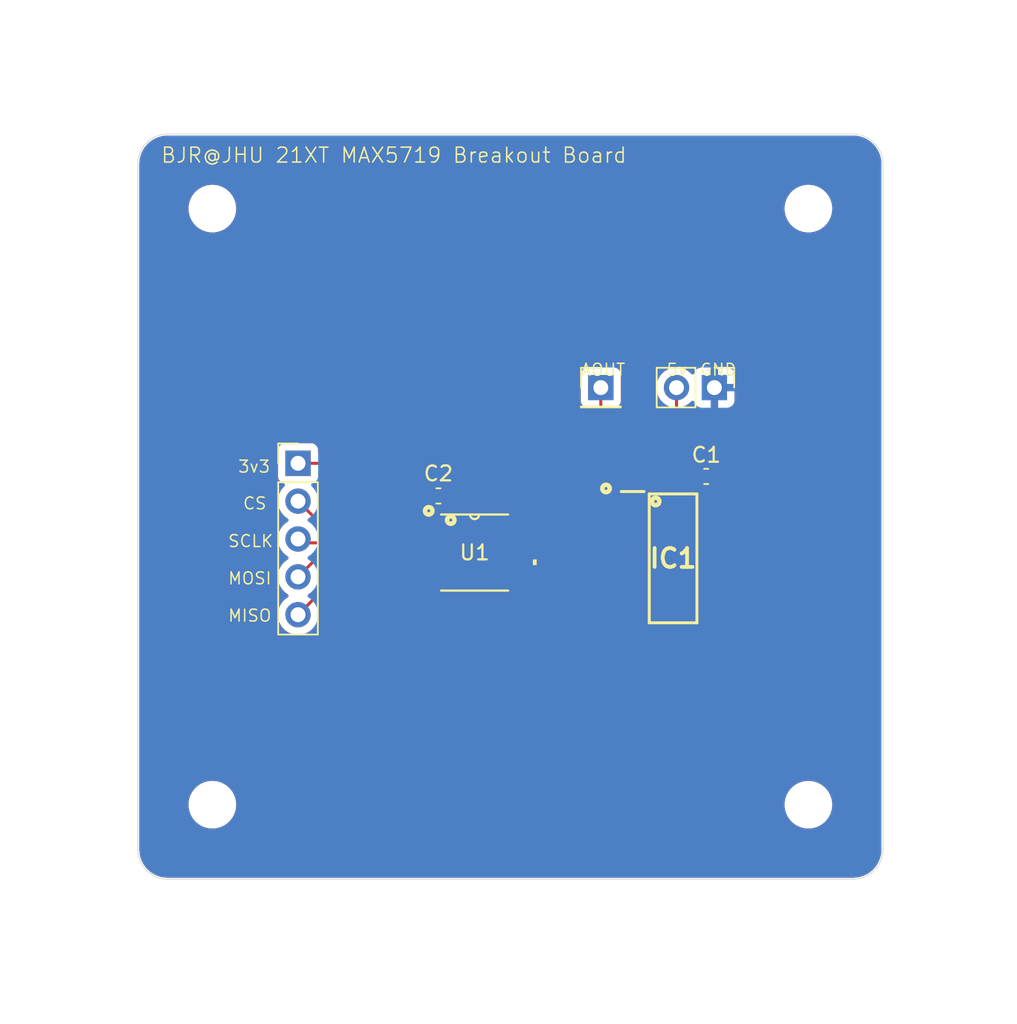
<source format=kicad_pcb>
(kicad_pcb (version 20240108) (generator "pcbnew") (generator_version "8.0")
  (layers (0 "F.Cu" signal) (31 "B.Cu" signal) (34 "B.Paste" user) (35 "F.Paste" user) (36 "B.SilkS" user "B.Silkscreen") (37 "F.SilkS" user "F.Silkscreen") (38 "B.Mask" user) (39 "F.Mask" user) (44 "Edge.Cuts" user))
  (net 0 "")
  (net 1 "GND")
  (net 2 "5v")
  (net 3 "3v3")
  (net 5 "Net-(IC1-DIN)")
  (net 6 "Net-(IC1-SCLK)")
  (net 7 "Net-(IC1-~{CS})")
  (net 8 "Net-(IC1-~{LDAC})")
  (net 9 "AOUT")
  (net 12 "LDAC")
  (net 13 "SCLK")
  (net 14 "MOSI")
  (net 15 "CS")
  (footprint "MountingHole:MountingHole_2.7mm_M2.5_DIN965" (layer "F.Cu") (at 178.75 91)
    (property "Reference" "H1" (hide yes))
    (property "Value" "MountingHole")
    (pad "" np_thru_hole circle (at 0 0) (size 2.7 2.7) (drill 2.7) (layers "*.Cu" "*.Mask"))
  )
  (footprint "Connector_PinHeader_2.54mm:PinHeader_1x02_P2.54mm_Vertical" (layer "F.Cu") (at 172.44 103.01 -90)
    (property "Reference" "J2" (hide yes))
    (property "Value" "Conn_01x02")
    (fp_line (start -1.33 3.87) (end 1.33 3.87) (stroke (width 0.12)) (layer "F.SilkS"))
    (fp_line (start -1.33 1.27) (end -1.33 3.87) (stroke (width 0.12)) (layer "F.SilkS"))
    (fp_line (start -1.33 1.27) (end 1.33 1.27) (stroke (width 0.12)) (layer "F.SilkS"))
    (fp_line (start 1.33 1.27) (end 1.33 3.87) (stroke (width 0.12)) (layer "F.SilkS"))
    (fp_line (start -1.33 0) (end -1.33 -1.33) (stroke (width 0.12)) (layer "F.SilkS"))
    (fp_line (start -1.33 -1.33) (end 0 -1.33) (stroke (width 0.12)) (layer "F.SilkS"))
    (pad "1" thru_hole rect (at 0 0 270) (size 1.7 1.7) (drill 1) (layers "*.Cu" "*.Mask") (net 1 "GND"))
    (pad "2" thru_hole oval (at 0 2.54 270) (size 1.7 1.7) (drill 1) (layers "*.Cu" "*.Mask") (net 2 "5v"))
  )
  (footprint "MountingHole:MountingHole_2.7mm_M2.5_DIN965" (layer "F.Cu") (at 178.75 131)
    (property "Reference" "H2" (hide yes))
    (property "Value" "MountingHole")
    (pad "" np_thru_hole circle (at 0 0) (size 2.7 2.7) (drill 2.7) (layers "*.Cu" "*.Mask"))
  )
  (footprint "accessory_test:TXB0104PWR" (layer "F.Cu") (at 156.3506 114.079999)
    (property "Reference" "U1" (at 0 0 0) (layer "F.SilkS"))
    (property "Value" "TXB0104PWR")
    (fp_line (start -2.2479 2.5527) (end 2.2479 2.5527) (stroke (width 0.1524)) (layer "F.SilkS"))
    (fp_line (start 2.2479 -2.5527) (end -2.2479 -2.5527) (stroke (width 0.1524)) (layer "F.SilkS"))
    (fp_arc (start 0.3048 -2.5527) (mid 0 -2.2479) (end -0.3048 -2.5527) (stroke (width 0.1524)) (layer "F.SilkS"))
    (fp_poly (pts (xy 4.1656 0.459499) (xy 4.1656 0.840499) (xy 3.9116 0.840499) (xy 3.9116 0.459499)) (fill solid) (layer "F.SilkS"))
    (pad "1" smd rect (at -2.8194 -1.950001) (size 1.6764 0.3556) (layers "F.Cu" "F.Paste" "F.Mask") (net 3 "3v3"))
    (pad "2" smd rect (at -2.8194 -1.3) (size 1.6764 0.3556) (layers "F.Cu" "F.Paste" "F.Mask") (net 15 "CS"))
    (pad "3" smd rect (at -2.8194 -0.649999) (size 1.6764 0.3556) (layers "F.Cu" "F.Paste" "F.Mask") (net 13 "SCLK"))
    (pad "4" smd rect (at -2.8194 0) (size 1.6764 0.3556) (layers "F.Cu" "F.Paste" "F.Mask") (net 14 "MOSI"))
    (pad "5" smd rect (at -2.8194 0.649999) (size 1.6764 0.3556) (layers "F.Cu" "F.Paste" "F.Mask") (net 12 "LDAC"))
    (pad "6" smd rect (at -2.8194 1.3) (size 1.6764 0.3556) (layers "F.Cu" "F.Paste" "F.Mask"))
    (pad "7" smd rect (at -2.8194 1.949999) (size 1.6764 0.3556) (layers "F.Cu" "F.Paste" "F.Mask") (net 1 "GND"))
    (pad "8" smd rect (at 2.8194 1.950001) (size 1.6764 0.3556) (layers "F.Cu" "F.Paste" "F.Mask") (net 3 "3v3"))
    (pad "9" smd rect (at 2.8194 1.3) (size 1.6764 0.3556) (layers "F.Cu" "F.Paste" "F.Mask"))
    (pad "10" smd rect (at 2.8194 0.650001) (size 1.6764 0.3556) (layers "F.Cu" "F.Paste" "F.Mask") (net 8 "Net-(IC1-~{LDAC})"))
    (pad "11" smd rect (at 2.8194 0) (size 1.6764 0.3556) (layers "F.Cu" "F.Paste" "F.Mask") (net 5 "Net-(IC1-DIN)"))
    (pad "12" smd rect (at 2.8194 -0.649999) (size 1.6764 0.3556) (layers "F.Cu" "F.Paste" "F.Mask") (net 6 "Net-(IC1-SCLK)"))
    (pad "13" smd rect (at 2.8194 -1.3) (size 1.6764 0.3556) (layers "F.Cu" "F.Paste" "F.Mask") (net 7 "Net-(IC1-~{CS})"))
    (pad "14" smd rect (at 2.8194 -1.949999) (size 1.6764 0.3556) (layers "F.Cu" "F.Paste" "F.Mask") (net 2 "5v"))
  )
  (footprint "MountingHole:MountingHole_2.7mm_M2.5_DIN965" (layer "F.Cu") (at 138.75 91)
    (property "Reference" "H4" (hide yes))
    (property "Value" "MountingHole")
    (pad "" np_thru_hole circle (at 0 0) (size 2.7 2.7) (drill 2.7) (layers "*.Cu" "*.Mask"))
  )
  (footprint "accessory_test:MAX5719" (layer "F.Cu") (at 169.67 114.47)
    (property "Reference" "IC1" (at 0 0 0) (layer "F.SilkS") (effects (font (size 1.27 1.27) (thickness 0.254))))
    (property "Value" "MAX5719GSD+" (hide yes))
    (fp_line (start -3.475 -4.485) (end -1.95 -4.485) (stroke (width 0.2)) (layer "F.SilkS"))
    (fp_line (start -1.6 -4.325) (end 1.6 -4.325) (stroke (width 0.2)) (layer "F.SilkS"))
    (fp_line (start -1.6 4.325) (end -1.6 -4.325) (stroke (width 0.2)) (layer "F.SilkS"))
    (fp_line (start 1.6 -4.325) (end 1.6 4.325) (stroke (width 0.2)) (layer "F.SilkS"))
    (fp_line (start 1.6 4.325) (end -1.6 4.325) (stroke (width 0.2)) (layer "F.SilkS"))
    (pad "1" smd rect (at -2.712 -3.81 90) (size 0.65 1.525) (layers "F.Cu" "F.Paste" "F.Mask"))
    (pad "2" smd rect (at -2.712 -2.54 90) (size 0.65 1.525) (layers "F.Cu" "F.Paste" "F.Mask") (net 9 "AOUT"))
    (pad "3" smd rect (at -2.712 -1.27 90) (size 0.65 1.525) (layers "F.Cu" "F.Paste" "F.Mask") (net 1 "GND"))
    (pad "4" smd rect (at -2.712 0 90) (size 0.65 1.525) (layers "F.Cu" "F.Paste" "F.Mask") (net 1 "GND"))
    (pad "5" smd rect (at -2.712 1.27 90) (size 0.65 1.525) (layers "F.Cu" "F.Paste" "F.Mask") (net 2 "5v"))
    (pad "6" smd rect (at -2.712 2.54 90) (size 0.65 1.525) (layers "F.Cu" "F.Paste" "F.Mask") (net 2 "5v"))
    (pad "7" smd rect (at -2.712 3.81 90) (size 0.65 1.525) (layers "F.Cu" "F.Paste" "F.Mask") (net 7 "Net-(IC1-~{CS})"))
    (pad "8" smd rect (at 2.712 3.81 90) (size 0.65 1.525) (layers "F.Cu" "F.Paste" "F.Mask") (net 6 "Net-(IC1-SCLK)"))
    (pad "9" smd rect (at 2.712 2.54 90) (size 0.65 1.525) (layers "F.Cu" "F.Paste" "F.Mask"))
    (pad "10" smd rect (at 2.712 1.27 90) (size 0.65 1.525) (layers "F.Cu" "F.Paste" "F.Mask") (net 5 "Net-(IC1-DIN)"))
    (pad "11" smd rect (at 2.712 0 90) (size 0.65 1.525) (layers "F.Cu" "F.Paste" "F.Mask") (net 8 "Net-(IC1-~{LDAC})"))
    (pad "12" smd rect (at 2.712 -1.27 90) (size 0.65 1.525) (layers "F.Cu" "F.Paste" "F.Mask") (net 1 "GND"))
    (pad "13" smd rect (at 2.712 -2.54 90) (size 0.65 1.525) (layers "F.Cu" "F.Paste" "F.Mask"))
    (pad "14" smd rect (at 2.712 -3.81 90) (size 0.65 1.525) (layers "F.Cu" "F.Paste" "F.Mask") (net 2 "5v"))
  )
  (footprint "Connector_PinHeader_2.54mm:PinHeader_1x01_P2.54mm_Vertical" (layer "F.Cu") (at 164.82 103.01)
    (property "Reference" "J1" (hide yes))
    (property "Value" "Conn_01x01")
    (fp_line (start -1.33 -1.33) (end 0 -1.33) (stroke (width 0.12)) (layer "F.SilkS"))
    (fp_line (start -1.33 0) (end -1.33 -1.33) (stroke (width 0.12)) (layer "F.SilkS"))
    (fp_line (start -1.33 1.27) (end -1.33 1.33) (stroke (width 0.12)) (layer "F.SilkS"))
    (fp_line (start -1.33 1.27) (end 1.33 1.27) (stroke (width 0.12)) (layer "F.SilkS"))
    (fp_line (start -1.33 1.33) (end 1.33 1.33) (stroke (width 0.12)) (layer "F.SilkS"))
    (fp_line (start 1.33 1.27) (end 1.33 1.33) (stroke (width 0.12)) (layer "F.SilkS"))
    (pad "1" thru_hole rect (at 0 0) (size 1.7 1.7) (drill 1) (layers "*.Cu" "*.Mask") (net 9 "AOUT"))
  )
  (footprint "MountingHole:MountingHole_2.7mm_M2.5_DIN965" (layer "F.Cu") (at 138.75 131)
    (property "Reference" "H3" (hide yes))
    (property "Value" "MountingHole")
    (pad "" np_thru_hole circle (at 0 0) (size 2.7 2.7) (drill 2.7) (layers "*.Cu" "*.Mask"))
  )
  (footprint "Connector_PinHeader_2.54mm:PinHeader_1x05_P2.54mm_Vertical" (layer "F.Cu") (at 144.5 108.09)
    (property "Reference" "J3" (hide yes))
    (property "Value" "Conn_01x05")
    (fp_line (start -1.33 -1.33) (end 0 -1.33) (stroke (width 0.12)) (layer "F.SilkS"))
    (fp_line (start -1.33 0) (end -1.33 -1.33) (stroke (width 0.12)) (layer "F.SilkS"))
    (fp_line (start -1.33 1.27) (end -1.33 11.49) (stroke (width 0.12)) (layer "F.SilkS"))
    (fp_line (start -1.33 1.27) (end 1.33 1.27) (stroke (width 0.12)) (layer "F.SilkS"))
    (fp_line (start -1.33 11.49) (end 1.33 11.49) (stroke (width 0.12)) (layer "F.SilkS"))
    (fp_line (start 1.33 1.27) (end 1.33 11.49) (stroke (width 0.12)) (layer "F.SilkS"))
    (pad "1" thru_hole rect (at 0 0) (size 1.7 1.7) (drill 1) (layers "*.Cu" "*.Mask") (net 3 "3v3"))
    (pad "2" thru_hole oval (at 0 2.54) (size 1.7 1.7) (drill 1) (layers "*.Cu" "*.Mask") (net 15 "CS"))
    (pad "3" thru_hole oval (at 0 5.08) (size 1.7 1.7) (drill 1) (layers "*.Cu" "*.Mask") (net 13 "SCLK"))
    (pad "4" thru_hole oval (at 0 7.62) (size 1.7 1.7) (drill 1) (layers "*.Cu" "*.Mask") (net 14 "MOSI"))
    (pad "5" thru_hole oval (at 0 10.16) (size 1.7 1.7) (drill 1) (layers "*.Cu" "*.Mask") (net 12 "LDAC"))
  )
  (footprint "Capacitor_SMD:C_0603_1608Metric" (layer "F.Cu") (at 153.92 110.28 180)
    (property "Reference" "C2" (at 0 1.5 0) (layer "F.SilkS"))
    (property "Value" ".1uF")
    (fp_line (start -0.14058 0.51) (end 0.14058 0.51) (stroke (width 0.12)) (layer "F.SilkS"))
    (fp_line (start -0.14058 -0.51) (end 0.14058 -0.51) (stroke (width 0.12)) (layer "F.SilkS"))
    (pad "1" smd roundrect (at -0.775 0 180) (size 0.9 0.95) (layers "F.Cu" "F.Paste" "F.Mask") (net 1 "GND"))
    (pad "2" smd roundrect (at 0.775 0 180) (size 0.9 0.95) (layers "F.Cu" "F.Paste" "F.Mask") (net 3 "3v3"))
  )
  (footprint "Capacitor_SMD:C_0603_1608Metric" (layer "F.Cu") (at 171.895 108.97 180)
    (property "Reference" "C1" (at 0 1.44 0) (layer "F.SilkS"))
    (property "Value" ".1uF")
    (fp_line (start -0.14058 0.51) (end 0.14058 0.51) (stroke (width 0.12)) (layer "F.SilkS"))
    (fp_line (start -0.14058 -0.51) (end 0.14058 -0.51) (stroke (width 0.12)) (layer "F.SilkS"))
    (pad "1" smd roundrect (at -0.775 0 180) (size 0.9 0.95) (layers "F.Cu" "F.Paste" "F.Mask") (net 1 "GND"))
    (pad "2" smd roundrect (at 0.775 0 180) (size 0.9 0.95) (layers "F.Cu" "F.Paste" "F.Mask") (net 2 "5v"))
  )
  (gr_circle (center 153.27 111.28) (end 153.37 111.28) (stroke (width 0.3)) (fill none) (layer "F.SilkS"))
  (gr_circle (center 165.17 109.78) (end 165.27 109.78) (stroke (width 0.3)) (fill none) (layer "F.SilkS"))
  (gr_circle (center 168.5 110.65) (end 168.6 110.65) (stroke (width 0.3)) (fill none) (layer "F.SilkS"))
  (gr_circle (center 154.75 111.9) (end 154.85 111.9) (stroke (width 0.3)) (fill none) (layer "F.SilkS"))
  (gr_arc (start 183.75 134) (mid 183.164214 135.414214) (end 181.75 136) (stroke (width 0.05)) (layer "Edge.Cuts"))
  (gr_arc (start 133.75 88) (mid 134.335786 86.585786) (end 135.75 86) (stroke (width 0.05)) (layer "Edge.Cuts"))
  (gr_line (start 183.75 134) (end 183.75 88) (stroke (width 0.05)) (layer "Edge.Cuts"))
  (gr_arc (start 181.75 86) (mid 183.164214 86.585786) (end 183.75 88) (stroke (width 0.05)) (layer "Edge.Cuts"))
  (gr_line (start 135.75 136) (end 181.75 136) (stroke (width 0.05)) (layer "Edge.Cuts"))
  (gr_line (start 135.75 86) (end 181.75 86) (stroke (width 0.05)) (layer "Edge.Cuts"))
  (gr_line (start 133.75 134) (end 133.75 88) (stroke (width 0.05)) (layer "Edge.Cuts"))
  (gr_arc (start 135.75 136) (mid 134.335786 135.414214) (end 133.75 134) (stroke (width 0.05)) (layer "Edge.Cuts"))
  (gr_text "5v" (at 169.17 102.28 0) (layer "F.SilkS") (effects (font (size 0.8 0.8) (thickness 0.1)) (justify left bottom)))
  (gr_text "MOSI" (at 139.75 116.28 0) (layer "F.SilkS") (effects (font (size 0.8 0.8) (thickness 0.1)) (justify left bottom)))
  (gr_text "BJR@JHU 21XT MAX5719 Breakout Board" (at 135.25 88 0) (layer "F.SilkS") (effects (font (size 1 1) (thickness 0.1)) (justify left bottom)))
  (gr_text "MISO" (at 139.75 118.78 0) (layer "F.SilkS") (effects (font (size 0.8 0.8) (thickness 0.1)) (justify left bottom)))
  (gr_text "GND" (at 171.42 102.28 0) (layer "F.SilkS") (effects (font (size 0.8 0.8) (thickness 0.1)) (justify left bottom)))
  (gr_text "AOUT" (at 163.42 102.28 0) (layer "F.SilkS") (effects (font (size 0.8 0.8) (thickness 0.1)) (justify left bottom)))
  (gr_text "3v3" (at 140.42 108.78 0) (layer "F.SilkS") (effects (font (size 0.8 0.8) (thickness 0.1)) (justify left bottom)))
  (gr_text "SCLK" (at 139.75 113.78 0) (layer "F.SilkS") (effects (font (size 0.8 0.8) (thickness 0.1)) (justify left bottom)))
  (gr_text "CS" (at 140.75 111.25 0) (layer "F.SilkS") (effects (font (size 0.8 0.8) (thickness 0.1)) (justify left bottom)))
  (segment (start 171.12 108.97) (end 169.9 107.75) (width 0.2) (layer "F.Cu") (net 2))
  (segment (start 169.9 107.75) (end 169.9 103.01) (width 0.2) (layer "F.Cu") (net 2))
  (segment (start 162.9105 112.13) (end 159.17 112.13) (width 0.2) (layer "F.Cu") (net 2))
  (segment (start 167.3955 115.74) (end 171.12 112.0155) (width 0.2) (layer "F.Cu") (net 2))
  (segment (start 172.382 110.66) (end 171.12 109.398) (width 0.2) (layer "F.Cu") (net 2))
  (segment (start 171.12 109.398) (end 171.12 108.97) (width 0.2) (layer "F.Cu") (net 2))
  (segment (start 166.958 115.74) (end 167.3955 115.74) (width 0.2) (layer "F.Cu") (net 2))
  (segment (start 166.958 115.74) (end 166.958 117.01) (width 0.2) (layer "F.Cu") (net 2))
  (segment (start 166.5205 115.74) (end 162.9105 112.13) (width 0.2) (layer "F.Cu") (net 2))
  (segment (start 166.958 115.74) (end 166.5205 115.74) (width 0.2) (layer "F.Cu") (net 2))
  (segment (start 171.12 112.0155) (end 171.12 108.97) (width 0.2) (layer "F.Cu") (net 2))
  (segment (start 144.5 108.09) (end 150.955 108.09) (width 0.2) (layer "F.Cu") (net 3))
  (segment (start 154.5694 112.129998) (end 153.5312 112.129998) (width 0.2) (layer "F.Cu") (net 3))
  (segment (start 158.1318 116.03) (end 154.6694 112.5676) (width 0.2) (layer "F.Cu") (net 3))
  (segment (start 159.17 116.03) (end 158.1318 116.03) (width 0.2) (layer "F.Cu") (net 3))
  (segment (start 153.145 110.305) (end 153.5312 110.6912) (width 0.2) (layer "F.Cu") (net 3))
  (segment (start 153.5312 110.6912) (end 153.5312 112.129998) (width 0.2) (layer "F.Cu") (net 3))
  (segment (start 153.145 110.28) (end 153.145 110.305) (width 0.2) (layer "F.Cu") (net 3))
  (segment (start 154.6694 112.229998) (end 154.5694 112.129998) (width 0.2) (layer "F.Cu") (net 3))
  (segment (start 154.6694 112.5676) (end 154.6694 112.229998) (width 0.2) (layer "F.Cu") (net 3))
  (segment (start 150.955 108.09) (end 153.145 110.28) (width 0.2) (layer "F.Cu") (net 3))
  (segment (start 160.154313 114.079999) (end 159.17 114.079999) (width 0.2) (layer "F.Cu") (net 5))
  (segment (start 165.379314 119.305) (end 160.154313 114.079999) (width 0.2) (layer "F.Cu") (net 5))
  (segment (start 173.0445 119.305) (end 165.379314 119.305) (width 0.2) (layer "F.Cu") (net 5))
  (segment (start 173.4445 118.905) (end 173.0445 119.305) (width 0.2) (layer "F.Cu") (net 5))
  (segment (start 173.4445 116.365) (end 173.4445 118.905) (width 0.2) (layer "F.Cu") (net 5))
  (segment (start 172.8195 115.74) (end 173.4445 116.365) (width 0.2) (layer "F.Cu") (net 5))
  (segment (start 172.382 115.74) (end 172.8195 115.74) (width 0.2) (layer "F.Cu") (net 5))
  (segment (start 160.07 113.43) (end 159.17 113.43) (width 0.2) (layer "F.Cu") (net 6))
  (segment (start 171.757 118.905) (end 165.545 118.905) (width 0.2) (layer "F.Cu") (net 6))
  (segment (start 165.545 118.905) (end 160.07 113.43) (width 0.2) (layer "F.Cu") (net 6))
  (segment (start 172.382 118.28) (end 171.757 118.905) (width 0.2) (layer "F.Cu") (net 6))
  (segment (start 166.958 118.28) (end 166.5205 118.28) (width 0.2) (layer "F.Cu") (net 7))
  (segment (start 166.5205 118.28) (end 161.020499 112.779999) (width 0.2) (layer "F.Cu") (net 7))
  (segment (start 161.020499 112.779999) (end 159.17 112.779999) (width 0.2) (layer "F.Cu") (net 7))
  (segment (start 165.213628 119.705) (end 160.238628 114.73) (width 0.2) (layer "F.Cu") (net 8))
  (segment (start 172.7995 114.47) (end 173.8445 115.515) (width 0.2) (layer "F.Cu") (net 8))
  (segment (start 173.8445 119.070686) (end 173.210186 119.705) (width 0.2) (layer "F.Cu") (net 8))
  (segment (start 173.8445 115.515) (end 173.8445 119.070686) (width 0.2) (layer "F.Cu") (net 8))
  (segment (start 173.210186 119.705) (end 165.213628 119.705) (width 0.2) (layer "F.Cu") (net 8))
  (segment (start 160.238628 114.73) (end 159.17 114.73) (width 0.2) (layer "F.Cu") (net 8))
  (segment (start 172.382 114.47) (end 172.7995 114.47) (width 0.2) (layer "F.Cu") (net 8))
  (segment (start 166.5205 111.93) (end 164.82 110.2295) (width 0.2) (layer "F.Cu") (net 9))
  (segment (start 166.958 111.93) (end 166.5205 111.93) (width 0.2) (layer "F.Cu") (net 9))
  (segment (start 164.82 110.2295) (end 164.82 103.01) (width 0.2) (layer "F.Cu") (net 9))
  (segment (start 148.020002 114.729998) (end 144.5 118.25) (width 0.2) (layer "F.Cu") (net 12))
  (segment (start 153.5312 114.729998) (end 148.020002 114.729998) (width 0.2) (layer "F.Cu") (net 12))
  (segment (start 144.76 113.43) (end 144.5 113.17) (width 0.2) (layer "F.Cu") (net 13))
  (segment (start 153.5312 113.43) (end 144.76 113.43) (width 0.2) (layer "F.Cu") (net 13))
  (segment (start 153.5312 114.079999) (end 146.130001 114.079999) (width 0.2) (layer "F.Cu") (net 14))
  (segment (start 146.130001 114.079999) (end 144.5 115.71) (width 0.2) (layer "F.Cu") (net 14))
  (segment (start 146.649999 112.779999) (end 144.5 110.63) (width 0.2) (layer "F.Cu") (net 15))
  (segment (start 153.5312 112.779999) (end 146.649999 112.779999) (width 0.2) (layer "F.Cu") (net 15))
  (zone (net 1) (net_name "GND") (layers "F&B.Cu") (connect_pads (clearance 0.5)) (min_thickness 0.25) (fill yes (thermal_gap 0.5) (thermal_bridge_width 0.5))
    (polygon (pts (xy 126.25 77.25) (xy 192.75 77) (xy 190.75 145.75) (xy 124.5 143.5)))
  )
)
</source>
